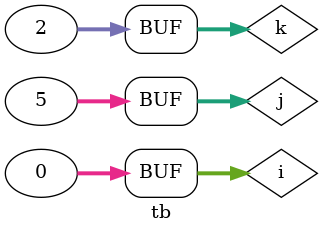
<source format=v>
module tb;
  integer i,j,k;
  initial begin
    for(i=5;i>=1;i=i-1)begin
      for(j=1;j<=5-i;j=j+1)begin
        $write(" ");
      end
      for(k=1;k<=(2*i-1);k=k+1)begin
        $write(" *");
      end
      $write("\n");
    end
  end
endmodule

/*
 * * * * * * * * *
   * * * * * * *
    * * * * *
     * * *
       *
*/

</source>
